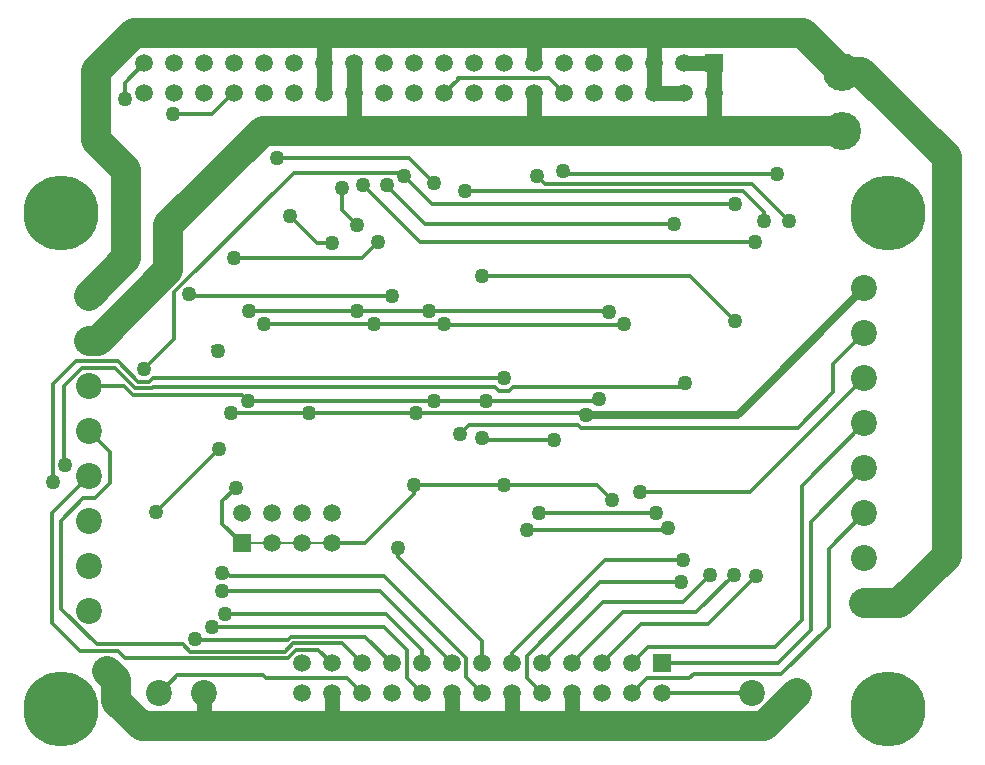
<source format=gbl>
%FSLAX24Y24*%
%MOIN*%
G70*
G01*
G75*
G04 Layer_Physical_Order=2*
G04 Layer_Color=16711680*
%ADD10R,0.0492X0.0669*%
%ADD11O,0.0787X0.0138*%
%ADD12R,0.0551X0.0472*%
%ADD13R,0.0591X0.0512*%
%ADD14O,0.0236X0.0906*%
%ADD15R,0.0394X0.0551*%
%ADD16R,0.0472X0.0551*%
%ADD17R,0.0551X0.0394*%
%ADD18R,0.0236X0.0591*%
%ADD19R,0.0709X0.0512*%
%ADD20R,0.0598X0.0701*%
%ADD21C,0.0100*%
%ADD22C,0.0120*%
%ADD23C,0.0080*%
%ADD24C,0.1000*%
%ADD25C,0.0500*%
%ADD26C,0.2500*%
%ADD27C,0.0866*%
%ADD28C,0.0591*%
%ADD29R,0.0591X0.0591*%
%ADD30C,0.1270*%
%ADD31C,0.0500*%
%ADD32C,0.0250*%
D22*
X11681Y17500D02*
X12181D01*
X10781Y18400D02*
X11681Y17500D01*
X9431Y15250D02*
X13031D01*
X15431D01*
X9931Y14800D02*
X13581D01*
X15931D01*
X14681Y3000D02*
X15181Y2500D01*
X7631Y4300D02*
X7641Y4290D01*
X14681Y3000D02*
Y3950D01*
X15181Y3500D02*
Y3950D01*
X13981Y5150D02*
X15181Y3950D01*
X8631Y5150D02*
X13981D01*
X19431Y23000D02*
X19931Y22500D01*
X16381Y23000D02*
X19431D01*
X16381Y22950D02*
Y23000D01*
X15931Y22500D02*
X16381Y22950D01*
X8231Y14050D02*
X8381Y13900D01*
X14031Y19400D02*
X15281Y18150D01*
X14031Y19400D02*
Y19450D01*
X19081Y8500D02*
X22981D01*
X23331Y7950D02*
X23381Y8000D01*
X18681Y7950D02*
X23331D01*
X17181Y11000D02*
X17231Y10950D01*
X19581D01*
X8531Y5900D02*
X13781D01*
X16181Y3500D01*
X16636Y3045D02*
X17181Y2500D01*
X16636Y3045D02*
Y3694D01*
X17181Y3500D02*
Y4250D01*
X8681Y6500D02*
X8781Y6400D01*
X13930D01*
X16636Y3694D01*
X8531Y6500D02*
X8681D01*
X14381Y7050D02*
X17181Y4250D01*
X14381Y7050D02*
Y7350D01*
X7481Y15750D02*
X14181D01*
X7431Y15800D02*
X7481Y15750D01*
X12181Y7500D02*
X13281D01*
X14931Y9150D01*
Y9450D01*
X17931D01*
X21031D01*
X21531Y8950D01*
X8531Y8150D02*
X9181Y7500D01*
X8531Y8150D02*
Y8900D01*
X8981Y9350D01*
X20181Y3500D02*
X21881Y5200D01*
X24331D01*
X19181Y3500D02*
X21231Y5550D01*
X23881D01*
X24781Y6450D01*
X26581Y18250D02*
Y18559D01*
X18681Y3000D02*
X19181Y2500D01*
X18681Y3000D02*
Y3750D01*
X21131Y6200D01*
X23831D01*
X13231Y19450D02*
X15131Y17550D01*
X12531Y18600D02*
X13031Y18100D01*
X12531Y18600D02*
Y19350D01*
X13181Y17000D02*
X13731Y17550D01*
X8931Y17000D02*
X13181D01*
X21281Y6950D02*
X23881D01*
X21381Y15250D02*
X21431Y15200D01*
X15931Y14800D02*
X15941Y14790D01*
X21921D01*
X21931Y14800D01*
X15431Y15250D02*
X21381D01*
X24131Y16400D02*
X25631Y14900D01*
X17181Y16400D02*
X24131D01*
X6331Y8550D02*
X8431Y10650D01*
X9381Y12250D02*
X9391Y12260D01*
X15151D01*
X15161Y12250D01*
X21031D02*
X21081Y12300D01*
X15161Y12250D02*
X15581D01*
X17331D01*
X21031D01*
X14581Y19750D02*
X15531Y18800D01*
X26191Y19490D02*
X27431Y18250D01*
X19881Y19900D02*
X19981Y19800D01*
X20721Y11840D02*
X20731Y11850D01*
X14981D02*
X14991Y11840D01*
X11431Y11850D02*
X14981D01*
X11421Y11840D02*
X11431Y11850D01*
X8841Y11840D02*
X11421D01*
X8831Y11850D02*
X8841Y11840D01*
X5281Y22300D02*
Y22850D01*
X5931Y23500D01*
X6881Y21800D02*
X8198D01*
X8898Y22500D02*
X8931D01*
X8198Y21800D02*
X8898Y22500D01*
X14471Y19860D02*
X14581Y19750D01*
X10911Y19860D02*
X14471D01*
X5931Y13300D02*
X6931Y14300D01*
Y15880D01*
X10911Y19860D01*
X25890Y19250D02*
X26581Y18559D01*
X19981Y19800D02*
X27031D01*
X19031Y19750D02*
X19291Y19490D01*
X15131Y17550D02*
X26281D01*
X15281Y18150D02*
X23581D01*
X15531Y18800D02*
X25631D01*
X16631Y19250D02*
X25890D01*
X19291Y19490D02*
X26191D01*
X24331Y5200D02*
X25581Y6450D01*
X22181Y2500D02*
X22681Y3000D01*
X24100D01*
X24250Y3150D01*
X28150Y8219D02*
X29931Y10000D01*
X27850Y9419D02*
X29931Y11500D01*
X22181Y3500D02*
X22731Y4050D01*
X26131Y9200D02*
X29931Y13000D01*
X22450Y9200D02*
X26131D01*
X28900Y13469D02*
X29931Y14500D01*
X28900Y12550D02*
Y13469D01*
X27705Y11355D02*
X28900Y12550D01*
X20477Y11355D02*
X27705D01*
X20382Y11450D02*
X20477Y11355D01*
X16750Y11450D02*
X20382D01*
X16450Y11150D02*
X16750Y11450D01*
X20731Y11850D02*
X25781D01*
X20646Y11765D02*
X20721Y11840D01*
X14991D02*
X20721D01*
X13931Y4700D02*
X14681Y3950D01*
X8181Y4700D02*
X13931D01*
X7641Y4290D02*
X10705D01*
X10810Y4395D01*
X13286D01*
X14181Y3500D01*
X10993Y3955D02*
X11726D01*
X12181Y3500D01*
X12506Y4175D02*
X13181Y3500D01*
X10901Y4175D02*
X12506D01*
X10616Y3890D02*
X10901Y4175D01*
X7461Y3890D02*
X10616D01*
X2850Y8519D02*
X4081Y9750D01*
X3150Y8250D02*
X3900Y9000D01*
X4300D01*
X4800Y9500D01*
Y10531D01*
X4081Y11250D02*
X4800Y10531D01*
X23810Y12710D02*
X23950Y12850D01*
X18202Y12710D02*
X23810D01*
X18082Y12590D02*
X18202Y12710D01*
X17742Y12590D02*
X18082D01*
X17632Y12700D02*
X17742Y12590D01*
X6211Y13000D02*
X17912D01*
X4081Y12750D02*
X5239D01*
X6101Y12890D02*
X6211Y13000D01*
X9181Y12450D02*
X9381Y12250D01*
X5239Y12750D02*
X5539Y12450D01*
X9181D01*
X6222Y12700D02*
X17632D01*
X6192Y12670D02*
X6222Y12700D01*
X5630Y12670D02*
X6192D01*
X5048Y13563D02*
X5721Y12890D01*
X6101D01*
X4957Y13343D02*
X5630Y12670D01*
X3835Y13343D02*
X4957D01*
X3652Y13563D02*
X5048D01*
X3242Y12750D02*
X3835Y13343D01*
X3242Y10158D02*
Y12750D01*
X2890Y9560D02*
X2900Y9550D01*
X2890Y9560D02*
Y12801D01*
X3652Y13563D01*
X3242Y10158D02*
X3300Y10100D01*
X22731Y4050D02*
X26950D01*
X27850Y4950D01*
Y9419D01*
X28740Y7309D02*
X29931Y8500D01*
X28150Y4600D02*
Y8219D01*
X23181Y3500D02*
X27050D01*
X28150Y4600D01*
X28740Y4724D02*
Y7309D01*
X24250Y3150D02*
X27165D01*
X28740Y4724D01*
X2850Y4850D02*
Y8519D01*
X3150Y5315D02*
Y8250D01*
Y5315D02*
X4335Y4130D01*
X7221D01*
X7461Y3890D01*
X2850Y4850D02*
X3790Y3910D01*
X5297Y3670D02*
X10707D01*
X10993Y3955D01*
X3790Y3910D02*
X5057D01*
X5297Y3670D01*
X14750Y20350D02*
X15600Y19500D01*
X10350Y20350D02*
X14750D01*
X18181Y3500D02*
Y3850D01*
X21281Y6950D01*
X24731Y4800D02*
X26331Y6400D01*
X22481Y4800D02*
X24731D01*
X21181Y3500D02*
X22481Y4800D01*
X12681Y3000D02*
X13181Y2500D01*
X9981Y3000D02*
X12681D01*
X7031Y3100D02*
X9881D01*
X9981Y3000D01*
X6681Y2750D02*
X7031Y3100D01*
X26181Y2500D02*
X26431Y2750D01*
X23181Y2500D02*
X26181D01*
D23*
X9181Y7500D02*
X10181D01*
X11181D01*
X12181D01*
D24*
X27899Y24500D02*
X29181Y23218D01*
X4331Y23250D02*
X5581Y24500D01*
X4331Y20950D02*
Y23250D01*
Y20950D02*
X5331Y19950D01*
Y17000D02*
Y19950D01*
X4081Y15750D02*
X5331Y17000D01*
X6731Y16613D02*
Y18100D01*
X4368Y14250D02*
X6731Y16613D01*
X4081Y14250D02*
X4368D01*
X24931Y21250D02*
X29181D01*
X6731Y18100D02*
X9881Y21250D01*
X22931Y24500D02*
X27899D01*
X5581D02*
X11931D01*
X9881Y21250D02*
X12931D01*
X11931Y24500D02*
X18881D01*
X22931D01*
X18931Y21250D02*
X24931D01*
X31091Y5500D02*
X32677Y7087D01*
X29931Y5500D02*
X31091D01*
X29181Y23218D02*
X29832D01*
X32677Y20373D01*
Y7087D02*
Y20373D01*
X26581Y1400D02*
X27681Y2500D01*
X5000Y2250D02*
X5850Y1400D01*
X5000Y2250D02*
Y2950D01*
X4700Y3250D02*
X5000Y2950D01*
X5850Y1400D02*
X7900D01*
X12200D01*
X16200D01*
X18200D01*
X20150D01*
X26581D01*
X12931Y21250D02*
X18931D01*
D25*
X11931Y22500D02*
Y23500D01*
X23931D02*
X24931D01*
X12931Y22500D02*
Y23500D01*
X24931Y22500D02*
Y23500D01*
Y21250D02*
Y22500D01*
X22931D02*
X23931D01*
X22931D02*
Y23500D01*
Y24500D01*
X11931Y23500D02*
Y24500D01*
X12931Y21250D02*
Y22500D01*
X18931Y23500D02*
Y24450D01*
X18881Y24500D02*
X18931Y24450D01*
Y21250D02*
Y22500D01*
X7931Y1431D02*
Y2500D01*
X7900Y1400D02*
X7931Y1431D01*
X12181Y1419D02*
Y2500D01*
Y1419D02*
X12200Y1400D01*
X16181Y1419D02*
Y2500D01*
Y1419D02*
X16200Y1400D01*
X18181Y1419D02*
Y2500D01*
Y1419D02*
X18200Y1400D01*
X20181Y1431D02*
Y2500D01*
X20150Y1400D02*
X20181Y1431D01*
D26*
X30709Y1969D02*
D03*
X3150D02*
D03*
Y18504D02*
D03*
X30709D02*
D03*
D27*
X4081Y15750D02*
D03*
Y14250D02*
D03*
Y5250D02*
D03*
Y6750D02*
D03*
Y8250D02*
D03*
Y9750D02*
D03*
Y11250D02*
D03*
Y12750D02*
D03*
X7931Y2500D02*
D03*
X6431D02*
D03*
X27681D02*
D03*
X26181D02*
D03*
X29931Y8500D02*
D03*
Y10000D02*
D03*
Y11500D02*
D03*
Y13000D02*
D03*
Y14500D02*
D03*
Y16000D02*
D03*
Y7000D02*
D03*
Y5500D02*
D03*
D28*
X6931Y22500D02*
D03*
X5931D02*
D03*
X8931D02*
D03*
X7931D02*
D03*
X13931D02*
D03*
X12931D02*
D03*
X9931D02*
D03*
X11931D02*
D03*
X10931D02*
D03*
X6931Y23500D02*
D03*
X5931D02*
D03*
X7931D02*
D03*
X9931D02*
D03*
X8931D02*
D03*
X10931D02*
D03*
X12931D02*
D03*
X11931D02*
D03*
X14931D02*
D03*
X13931D02*
D03*
X18931Y22500D02*
D03*
X20931D02*
D03*
X19931D02*
D03*
X14931D02*
D03*
X17931D02*
D03*
X16931D02*
D03*
X21931D02*
D03*
X22931D02*
D03*
X23931D02*
D03*
X24931D02*
D03*
X15931D02*
D03*
X16931Y23500D02*
D03*
X15931D02*
D03*
X17931D02*
D03*
X19931D02*
D03*
X18931D02*
D03*
X23931D02*
D03*
X20931D02*
D03*
X22931D02*
D03*
X21931D02*
D03*
X11181Y2500D02*
D03*
X12181D02*
D03*
X15181D02*
D03*
X13181D02*
D03*
X14181D02*
D03*
X11181Y3500D02*
D03*
X12181D02*
D03*
X13181D02*
D03*
X15181D02*
D03*
X16181Y2500D02*
D03*
Y3500D02*
D03*
X14181D02*
D03*
X20181Y2500D02*
D03*
X21181D02*
D03*
X18181D02*
D03*
X19181D02*
D03*
X23181D02*
D03*
X22181D02*
D03*
X17181Y3500D02*
D03*
Y2500D02*
D03*
X18181Y3500D02*
D03*
X19181D02*
D03*
X20181D02*
D03*
X22181D02*
D03*
X21181D02*
D03*
X9181Y8500D02*
D03*
X10181D02*
D03*
X11181Y7500D02*
D03*
X10181D02*
D03*
X12181D02*
D03*
Y8500D02*
D03*
X11181D02*
D03*
D29*
X24931Y23500D02*
D03*
X23181Y3500D02*
D03*
X9181Y7500D02*
D03*
D30*
X29181Y21250D02*
D03*
Y23218D02*
D03*
D31*
X9931Y14800D02*
D03*
X15931D02*
D03*
X15431Y15250D02*
D03*
X9431D02*
D03*
X21431Y15200D02*
D03*
X12181Y17500D02*
D03*
X10781Y18400D02*
D03*
X13031Y15250D02*
D03*
X13581Y14800D02*
D03*
X7631Y4300D02*
D03*
X8181Y4700D02*
D03*
X8631Y5150D02*
D03*
X8531Y5900D02*
D03*
X14581Y19750D02*
D03*
X8381Y13900D02*
D03*
X23581Y18150D02*
D03*
X14031Y19450D02*
D03*
X19081Y8500D02*
D03*
X23381Y8000D02*
D03*
X22981Y8500D02*
D03*
X18681Y7950D02*
D03*
X17181Y11000D02*
D03*
X19581Y10950D02*
D03*
X8531Y6500D02*
D03*
X14381Y7350D02*
D03*
X14181Y15750D02*
D03*
X7431Y15800D02*
D03*
X5281Y22300D02*
D03*
X14931Y9450D02*
D03*
X17931D02*
D03*
X21531Y8950D02*
D03*
X8981Y9350D02*
D03*
X6331Y8550D02*
D03*
X26331Y6400D02*
D03*
X19881Y19900D02*
D03*
X24781Y6450D02*
D03*
X26581Y18250D02*
D03*
X16631Y19250D02*
D03*
X23831Y6200D02*
D03*
X26281Y17550D02*
D03*
X13231Y19450D02*
D03*
X13031Y18100D02*
D03*
X12531Y19350D02*
D03*
X13731Y17550D02*
D03*
X8931Y17000D02*
D03*
X23881Y6950D02*
D03*
X25631Y14900D02*
D03*
X21931Y14800D02*
D03*
X17181Y16400D02*
D03*
X8431Y10650D02*
D03*
X9381Y12250D02*
D03*
X21081Y12300D02*
D03*
X15581Y12250D02*
D03*
X17331D02*
D03*
X27431Y18250D02*
D03*
X27031Y19800D02*
D03*
X25631Y18800D02*
D03*
X20646Y11765D02*
D03*
X14981Y11850D02*
D03*
X11431D02*
D03*
X8831D02*
D03*
X6881Y21800D02*
D03*
X5931Y13300D02*
D03*
X19031Y19750D02*
D03*
X25581Y6450D02*
D03*
X22450Y9200D02*
D03*
X16450Y11150D02*
D03*
X17912Y13000D02*
D03*
X2900Y9550D02*
D03*
X23950Y12850D02*
D03*
X3300Y10100D02*
D03*
X4700Y3250D02*
D03*
X16000Y21200D02*
D03*
X15600Y19500D02*
D03*
X10350Y20350D02*
D03*
D32*
X20646Y11765D02*
X25696D01*
X25781Y11850D01*
X29931Y16000D01*
M02*

</source>
